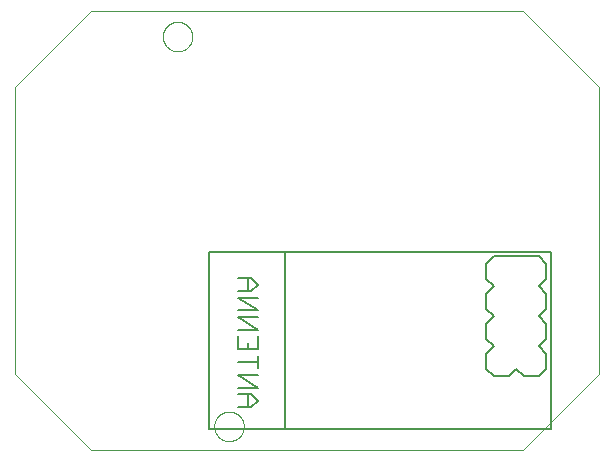
<source format=gbo>
G75*
%MOIN*%
%OFA0B0*%
%FSLAX25Y25*%
%IPPOS*%
%LPD*%
%AMOC8*
5,1,8,0,0,1.08239X$1,22.5*
%
%ADD10C,0.00000*%
%ADD11C,0.00500*%
%ADD12C,0.00600*%
D10*
X0002942Y0027902D02*
X0028336Y0002508D01*
X0172431Y0002508D01*
X0197824Y0027902D01*
X0197824Y0123374D01*
X0172431Y0148768D01*
X0028336Y0148768D01*
X0002942Y0123374D01*
X0002942Y0027902D01*
X0069478Y0010382D02*
X0069480Y0010522D01*
X0069486Y0010662D01*
X0069496Y0010801D01*
X0069510Y0010940D01*
X0069528Y0011079D01*
X0069549Y0011217D01*
X0069575Y0011355D01*
X0069605Y0011492D01*
X0069638Y0011627D01*
X0069676Y0011762D01*
X0069717Y0011896D01*
X0069762Y0012029D01*
X0069810Y0012160D01*
X0069863Y0012289D01*
X0069919Y0012418D01*
X0069978Y0012544D01*
X0070042Y0012669D01*
X0070108Y0012792D01*
X0070179Y0012913D01*
X0070252Y0013032D01*
X0070329Y0013149D01*
X0070410Y0013263D01*
X0070493Y0013375D01*
X0070580Y0013485D01*
X0070670Y0013593D01*
X0070762Y0013697D01*
X0070858Y0013799D01*
X0070957Y0013899D01*
X0071058Y0013995D01*
X0071162Y0014089D01*
X0071269Y0014179D01*
X0071378Y0014266D01*
X0071490Y0014351D01*
X0071604Y0014432D01*
X0071720Y0014510D01*
X0071838Y0014584D01*
X0071959Y0014655D01*
X0072081Y0014723D01*
X0072206Y0014787D01*
X0072332Y0014848D01*
X0072459Y0014905D01*
X0072589Y0014958D01*
X0072720Y0015008D01*
X0072852Y0015053D01*
X0072985Y0015096D01*
X0073120Y0015134D01*
X0073255Y0015168D01*
X0073392Y0015199D01*
X0073529Y0015226D01*
X0073667Y0015248D01*
X0073806Y0015267D01*
X0073945Y0015282D01*
X0074084Y0015293D01*
X0074224Y0015300D01*
X0074364Y0015303D01*
X0074504Y0015302D01*
X0074644Y0015297D01*
X0074783Y0015288D01*
X0074923Y0015275D01*
X0075062Y0015258D01*
X0075200Y0015237D01*
X0075338Y0015213D01*
X0075475Y0015184D01*
X0075611Y0015152D01*
X0075746Y0015115D01*
X0075880Y0015075D01*
X0076013Y0015031D01*
X0076144Y0014983D01*
X0076274Y0014932D01*
X0076403Y0014877D01*
X0076530Y0014818D01*
X0076655Y0014755D01*
X0076778Y0014690D01*
X0076900Y0014620D01*
X0077019Y0014547D01*
X0077137Y0014471D01*
X0077252Y0014392D01*
X0077365Y0014309D01*
X0077475Y0014223D01*
X0077583Y0014134D01*
X0077688Y0014042D01*
X0077791Y0013947D01*
X0077891Y0013849D01*
X0077988Y0013749D01*
X0078082Y0013645D01*
X0078174Y0013539D01*
X0078262Y0013431D01*
X0078347Y0013320D01*
X0078429Y0013206D01*
X0078508Y0013090D01*
X0078583Y0012973D01*
X0078655Y0012853D01*
X0078723Y0012731D01*
X0078788Y0012607D01*
X0078850Y0012481D01*
X0078908Y0012354D01*
X0078962Y0012225D01*
X0079013Y0012094D01*
X0079059Y0011962D01*
X0079102Y0011829D01*
X0079142Y0011695D01*
X0079177Y0011560D01*
X0079209Y0011423D01*
X0079236Y0011286D01*
X0079260Y0011148D01*
X0079280Y0011010D01*
X0079296Y0010871D01*
X0079308Y0010731D01*
X0079316Y0010592D01*
X0079320Y0010452D01*
X0079320Y0010312D01*
X0079316Y0010172D01*
X0079308Y0010033D01*
X0079296Y0009893D01*
X0079280Y0009754D01*
X0079260Y0009616D01*
X0079236Y0009478D01*
X0079209Y0009341D01*
X0079177Y0009204D01*
X0079142Y0009069D01*
X0079102Y0008935D01*
X0079059Y0008802D01*
X0079013Y0008670D01*
X0078962Y0008539D01*
X0078908Y0008410D01*
X0078850Y0008283D01*
X0078788Y0008157D01*
X0078723Y0008033D01*
X0078655Y0007911D01*
X0078583Y0007791D01*
X0078508Y0007674D01*
X0078429Y0007558D01*
X0078347Y0007444D01*
X0078262Y0007333D01*
X0078174Y0007225D01*
X0078082Y0007119D01*
X0077988Y0007015D01*
X0077891Y0006915D01*
X0077791Y0006817D01*
X0077688Y0006722D01*
X0077583Y0006630D01*
X0077475Y0006541D01*
X0077365Y0006455D01*
X0077252Y0006372D01*
X0077137Y0006293D01*
X0077019Y0006217D01*
X0076900Y0006144D01*
X0076778Y0006074D01*
X0076655Y0006009D01*
X0076530Y0005946D01*
X0076403Y0005887D01*
X0076274Y0005832D01*
X0076144Y0005781D01*
X0076013Y0005733D01*
X0075880Y0005689D01*
X0075746Y0005649D01*
X0075611Y0005612D01*
X0075475Y0005580D01*
X0075338Y0005551D01*
X0075200Y0005527D01*
X0075062Y0005506D01*
X0074923Y0005489D01*
X0074783Y0005476D01*
X0074644Y0005467D01*
X0074504Y0005462D01*
X0074364Y0005461D01*
X0074224Y0005464D01*
X0074084Y0005471D01*
X0073945Y0005482D01*
X0073806Y0005497D01*
X0073667Y0005516D01*
X0073529Y0005538D01*
X0073392Y0005565D01*
X0073255Y0005596D01*
X0073120Y0005630D01*
X0072985Y0005668D01*
X0072852Y0005711D01*
X0072720Y0005756D01*
X0072589Y0005806D01*
X0072459Y0005859D01*
X0072332Y0005916D01*
X0072206Y0005977D01*
X0072081Y0006041D01*
X0071959Y0006109D01*
X0071838Y0006180D01*
X0071720Y0006254D01*
X0071604Y0006332D01*
X0071490Y0006413D01*
X0071378Y0006498D01*
X0071269Y0006585D01*
X0071162Y0006675D01*
X0071058Y0006769D01*
X0070957Y0006865D01*
X0070858Y0006965D01*
X0070762Y0007067D01*
X0070670Y0007171D01*
X0070580Y0007279D01*
X0070493Y0007389D01*
X0070410Y0007501D01*
X0070329Y0007615D01*
X0070252Y0007732D01*
X0070179Y0007851D01*
X0070108Y0007972D01*
X0070042Y0008095D01*
X0069978Y0008220D01*
X0069919Y0008346D01*
X0069863Y0008475D01*
X0069810Y0008604D01*
X0069762Y0008735D01*
X0069717Y0008868D01*
X0069676Y0009002D01*
X0069638Y0009137D01*
X0069605Y0009272D01*
X0069575Y0009409D01*
X0069549Y0009547D01*
X0069528Y0009685D01*
X0069510Y0009824D01*
X0069496Y0009963D01*
X0069486Y0010102D01*
X0069480Y0010242D01*
X0069478Y0010382D01*
X0052352Y0140303D02*
X0052354Y0140443D01*
X0052360Y0140583D01*
X0052370Y0140722D01*
X0052384Y0140861D01*
X0052402Y0141000D01*
X0052423Y0141138D01*
X0052449Y0141276D01*
X0052479Y0141413D01*
X0052512Y0141548D01*
X0052550Y0141683D01*
X0052591Y0141817D01*
X0052636Y0141950D01*
X0052684Y0142081D01*
X0052737Y0142210D01*
X0052793Y0142339D01*
X0052852Y0142465D01*
X0052916Y0142590D01*
X0052982Y0142713D01*
X0053053Y0142834D01*
X0053126Y0142953D01*
X0053203Y0143070D01*
X0053284Y0143184D01*
X0053367Y0143296D01*
X0053454Y0143406D01*
X0053544Y0143514D01*
X0053636Y0143618D01*
X0053732Y0143720D01*
X0053831Y0143820D01*
X0053932Y0143916D01*
X0054036Y0144010D01*
X0054143Y0144100D01*
X0054252Y0144187D01*
X0054364Y0144272D01*
X0054478Y0144353D01*
X0054594Y0144431D01*
X0054712Y0144505D01*
X0054833Y0144576D01*
X0054955Y0144644D01*
X0055080Y0144708D01*
X0055206Y0144769D01*
X0055333Y0144826D01*
X0055463Y0144879D01*
X0055594Y0144929D01*
X0055726Y0144974D01*
X0055859Y0145017D01*
X0055994Y0145055D01*
X0056129Y0145089D01*
X0056266Y0145120D01*
X0056403Y0145147D01*
X0056541Y0145169D01*
X0056680Y0145188D01*
X0056819Y0145203D01*
X0056958Y0145214D01*
X0057098Y0145221D01*
X0057238Y0145224D01*
X0057378Y0145223D01*
X0057518Y0145218D01*
X0057657Y0145209D01*
X0057797Y0145196D01*
X0057936Y0145179D01*
X0058074Y0145158D01*
X0058212Y0145134D01*
X0058349Y0145105D01*
X0058485Y0145073D01*
X0058620Y0145036D01*
X0058754Y0144996D01*
X0058887Y0144952D01*
X0059018Y0144904D01*
X0059148Y0144853D01*
X0059277Y0144798D01*
X0059404Y0144739D01*
X0059529Y0144676D01*
X0059652Y0144611D01*
X0059774Y0144541D01*
X0059893Y0144468D01*
X0060011Y0144392D01*
X0060126Y0144313D01*
X0060239Y0144230D01*
X0060349Y0144144D01*
X0060457Y0144055D01*
X0060562Y0143963D01*
X0060665Y0143868D01*
X0060765Y0143770D01*
X0060862Y0143670D01*
X0060956Y0143566D01*
X0061048Y0143460D01*
X0061136Y0143352D01*
X0061221Y0143241D01*
X0061303Y0143127D01*
X0061382Y0143011D01*
X0061457Y0142894D01*
X0061529Y0142774D01*
X0061597Y0142652D01*
X0061662Y0142528D01*
X0061724Y0142402D01*
X0061782Y0142275D01*
X0061836Y0142146D01*
X0061887Y0142015D01*
X0061933Y0141883D01*
X0061976Y0141750D01*
X0062016Y0141616D01*
X0062051Y0141481D01*
X0062083Y0141344D01*
X0062110Y0141207D01*
X0062134Y0141069D01*
X0062154Y0140931D01*
X0062170Y0140792D01*
X0062182Y0140652D01*
X0062190Y0140513D01*
X0062194Y0140373D01*
X0062194Y0140233D01*
X0062190Y0140093D01*
X0062182Y0139954D01*
X0062170Y0139814D01*
X0062154Y0139675D01*
X0062134Y0139537D01*
X0062110Y0139399D01*
X0062083Y0139262D01*
X0062051Y0139125D01*
X0062016Y0138990D01*
X0061976Y0138856D01*
X0061933Y0138723D01*
X0061887Y0138591D01*
X0061836Y0138460D01*
X0061782Y0138331D01*
X0061724Y0138204D01*
X0061662Y0138078D01*
X0061597Y0137954D01*
X0061529Y0137832D01*
X0061457Y0137712D01*
X0061382Y0137595D01*
X0061303Y0137479D01*
X0061221Y0137365D01*
X0061136Y0137254D01*
X0061048Y0137146D01*
X0060956Y0137040D01*
X0060862Y0136936D01*
X0060765Y0136836D01*
X0060665Y0136738D01*
X0060562Y0136643D01*
X0060457Y0136551D01*
X0060349Y0136462D01*
X0060239Y0136376D01*
X0060126Y0136293D01*
X0060011Y0136214D01*
X0059893Y0136138D01*
X0059774Y0136065D01*
X0059652Y0135995D01*
X0059529Y0135930D01*
X0059404Y0135867D01*
X0059277Y0135808D01*
X0059148Y0135753D01*
X0059018Y0135702D01*
X0058887Y0135654D01*
X0058754Y0135610D01*
X0058620Y0135570D01*
X0058485Y0135533D01*
X0058349Y0135501D01*
X0058212Y0135472D01*
X0058074Y0135448D01*
X0057936Y0135427D01*
X0057797Y0135410D01*
X0057657Y0135397D01*
X0057518Y0135388D01*
X0057378Y0135383D01*
X0057238Y0135382D01*
X0057098Y0135385D01*
X0056958Y0135392D01*
X0056819Y0135403D01*
X0056680Y0135418D01*
X0056541Y0135437D01*
X0056403Y0135459D01*
X0056266Y0135486D01*
X0056129Y0135517D01*
X0055994Y0135551D01*
X0055859Y0135589D01*
X0055726Y0135632D01*
X0055594Y0135677D01*
X0055463Y0135727D01*
X0055333Y0135780D01*
X0055206Y0135837D01*
X0055080Y0135898D01*
X0054955Y0135962D01*
X0054833Y0136030D01*
X0054712Y0136101D01*
X0054594Y0136175D01*
X0054478Y0136253D01*
X0054364Y0136334D01*
X0054252Y0136419D01*
X0054143Y0136506D01*
X0054036Y0136596D01*
X0053932Y0136690D01*
X0053831Y0136786D01*
X0053732Y0136886D01*
X0053636Y0136988D01*
X0053544Y0137092D01*
X0053454Y0137200D01*
X0053367Y0137310D01*
X0053284Y0137422D01*
X0053203Y0137536D01*
X0053126Y0137653D01*
X0053053Y0137772D01*
X0052982Y0137893D01*
X0052916Y0138016D01*
X0052852Y0138141D01*
X0052793Y0138267D01*
X0052737Y0138396D01*
X0052684Y0138525D01*
X0052636Y0138656D01*
X0052591Y0138789D01*
X0052550Y0138923D01*
X0052512Y0139058D01*
X0052479Y0139193D01*
X0052449Y0139330D01*
X0052423Y0139468D01*
X0052402Y0139606D01*
X0052384Y0139745D01*
X0052370Y0139884D01*
X0052360Y0140023D01*
X0052354Y0140163D01*
X0052352Y0140303D01*
D11*
X0067613Y0068568D02*
X0067613Y0009568D01*
X0093213Y0009568D01*
X0093213Y0068568D01*
X0067613Y0068568D01*
X0093213Y0068568D02*
X0181813Y0068568D01*
X0181813Y0009568D01*
X0093213Y0009568D01*
X0160213Y0029568D02*
X0162713Y0027068D01*
X0167713Y0027068D01*
X0170213Y0029568D01*
X0172713Y0027068D01*
X0177713Y0027068D01*
X0180213Y0029568D01*
X0180213Y0034568D01*
X0177713Y0037068D01*
X0180213Y0039568D01*
X0180213Y0044568D01*
X0177713Y0047068D01*
X0180213Y0049568D01*
X0180213Y0054568D01*
X0177713Y0057068D01*
X0180213Y0059568D01*
X0180213Y0064568D01*
X0177713Y0067068D01*
X0162713Y0067068D01*
X0160213Y0064568D01*
X0160213Y0059568D01*
X0162713Y0057068D01*
X0160213Y0054568D01*
X0160213Y0049568D01*
X0162713Y0047068D01*
X0160213Y0044568D01*
X0160213Y0039568D01*
X0162713Y0037068D01*
X0160213Y0034568D01*
X0160213Y0029568D01*
D12*
X0083918Y0029699D02*
X0083918Y0033970D01*
X0083918Y0031835D02*
X0077513Y0031835D01*
X0077513Y0036145D02*
X0077513Y0040415D01*
X0077513Y0042590D02*
X0083918Y0042590D01*
X0077513Y0046861D01*
X0083918Y0046861D01*
X0083918Y0049036D02*
X0077513Y0053306D01*
X0083918Y0053306D01*
X0081783Y0055481D02*
X0083918Y0057617D01*
X0081783Y0059752D01*
X0077513Y0059752D01*
X0080715Y0059752D02*
X0080715Y0055481D01*
X0081783Y0055481D02*
X0077513Y0055481D01*
X0077513Y0049036D02*
X0083918Y0049036D01*
X0083918Y0040415D02*
X0083918Y0036145D01*
X0077513Y0036145D01*
X0080715Y0036145D02*
X0080715Y0038280D01*
X0077513Y0027524D02*
X0083918Y0027524D01*
X0083918Y0023254D02*
X0077513Y0027524D01*
X0077513Y0023254D02*
X0083918Y0023254D01*
X0081783Y0021079D02*
X0077513Y0021079D01*
X0080715Y0021079D02*
X0080715Y0016808D01*
X0081783Y0016808D02*
X0083918Y0018944D01*
X0081783Y0021079D01*
X0081783Y0016808D02*
X0077513Y0016808D01*
M02*

</source>
